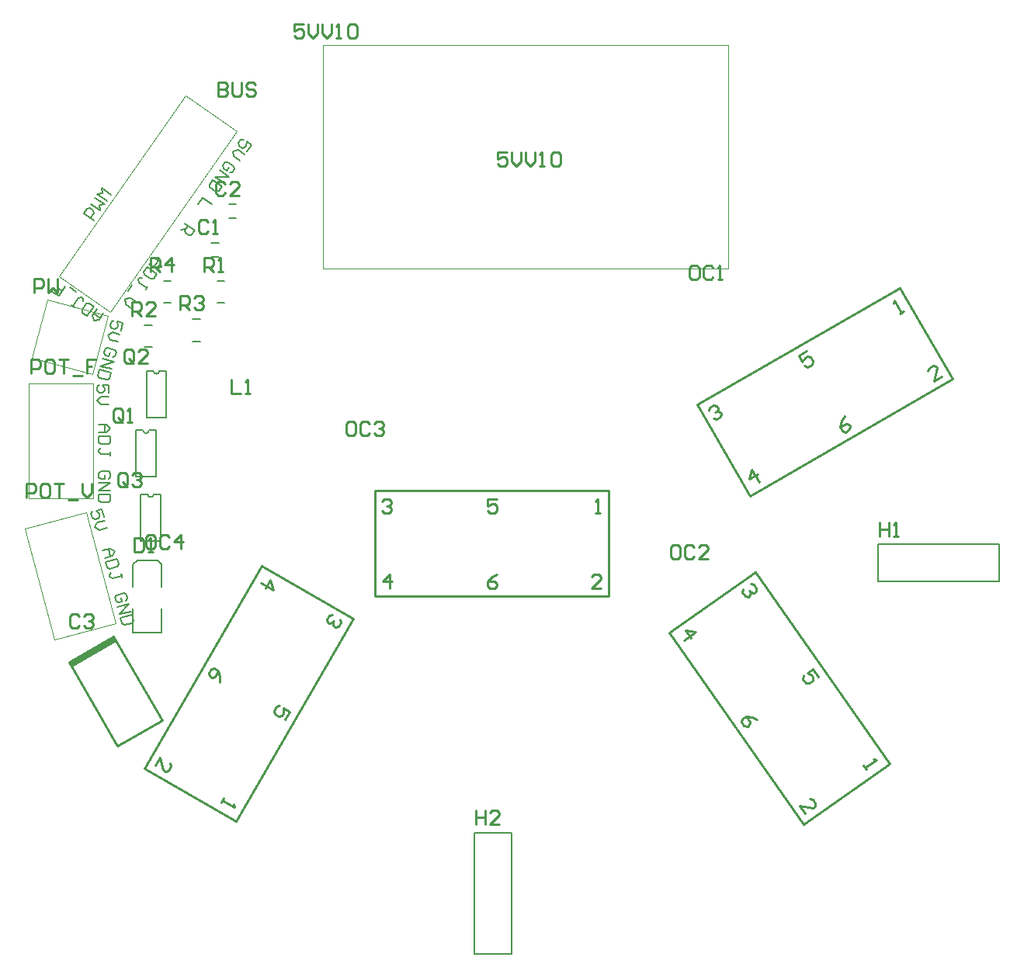
<source format=gto>
G04 Layer_Color=65535*
%FSLAX42Y42*%
%MOMM*%
G71*
G01*
G75*
%ADD10C,0.20*%
%ADD30C,0.03*%
%ADD31C,0.25*%
%ADD32C,0.20*%
%ADD33C,0.00*%
%ADD34C,0.25*%
G04:AMPARAMS|DCode=35|XSize=0.7mm|YSize=5.6mm|CornerRadius=0mm|HoleSize=0mm|Usage=FLASHONLY|Rotation=120.000|XOffset=0mm|YOffset=0mm|HoleType=Round|Shape=Rectangle|*
%AMROTATEDRECTD35*
4,1,4,2.60,1.10,-2.25,-1.70,-2.60,-1.10,2.25,1.70,2.60,1.10,0.0*
%
%ADD35ROTATEDRECTD35*%

D10*
X6535Y12764D02*
G03*
X6598Y12764I32J0D01*
G01*
X6484Y13462D02*
G03*
X6547Y13462I32J0D01*
G01*
X6598Y14110D02*
G03*
X6662Y14110I32J0D01*
G01*
X7293Y15093D02*
X7373D01*
X7293Y14853D02*
X7373D01*
X6500Y14611D02*
X6580D01*
X6500Y14371D02*
X6580D01*
X7229Y15355D02*
X7309D01*
X7229Y15506D02*
X7309D01*
X6457Y12256D02*
Y12764D01*
Y12256D02*
X6676D01*
Y12764D01*
X6598D02*
X6676D01*
X6457D02*
X6535D01*
X6407Y12954D02*
Y13462D01*
Y12954D02*
X6625D01*
Y13462D01*
X6547D02*
X6625D01*
X6407D02*
X6484D01*
X6708Y15093D02*
X6788D01*
X6708Y14853D02*
X6788D01*
X7026Y14674D02*
X7106D01*
X7026Y14434D02*
X7106D01*
X7420Y15775D02*
X7500D01*
X7420Y15925D02*
X7500D01*
X6683Y11757D02*
Y12002D01*
X6373Y11757D02*
Y12002D01*
Y11257D02*
Y11517D01*
X6683Y11257D02*
Y11517D01*
X6418Y12047D02*
X6638D01*
X6373Y12002D02*
X6418Y12047D01*
X6638D02*
X6683Y12002D01*
X6373Y11257D02*
X6683D01*
X6521Y13602D02*
Y14110D01*
Y13602D02*
X6739D01*
Y14110D01*
X6662D02*
X6739D01*
X6521D02*
X6598D01*
D30*
X5568Y15143D02*
X6126Y14753D01*
X7507Y16725D01*
X6949Y17116D02*
X7507Y16725D01*
X5568Y15143D02*
X6949Y17116D01*
X5240Y12718D02*
Y13975D01*
X5936D01*
Y12718D02*
Y13975D01*
X5240Y12718D02*
X5936D01*
X5440Y14887D02*
X6098Y14711D01*
X5927Y14073D02*
X6098Y14711D01*
X5269Y14249D02*
X5927Y14073D01*
X5269Y14249D02*
X5440Y14887D01*
X5191Y12390D02*
X5517Y11176D01*
X5191Y12390D02*
X5863Y12571D01*
X6189Y11356D01*
X5517Y11176D02*
X6189Y11356D01*
D31*
X12222Y11256D02*
X13164Y11915D01*
X14626Y9826D01*
X13684Y9167D02*
X14626Y9826D01*
X12222Y11256D02*
X13684Y9167D01*
X12528Y13742D02*
X13103Y12746D01*
X12528Y13742D02*
X14736Y15017D01*
X15311Y14021D01*
X13103Y12746D02*
X15311Y14021D01*
X9012Y11655D02*
Y12805D01*
X11562D01*
Y11655D02*
Y12805D01*
X9012Y11655D02*
X11562D01*
X7777Y11983D02*
X8773Y11408D01*
X7498Y9200D02*
X8773Y11408D01*
X6502Y9775D02*
X7498Y9200D01*
X6502Y9775D02*
X7777Y11983D01*
X7303Y17259D02*
Y17107D01*
X7379D01*
X7404Y17132D01*
Y17158D01*
X7379Y17183D01*
X7303D01*
X7379D01*
X7404Y17208D01*
Y17234D01*
X7379Y17259D01*
X7303D01*
X7455D02*
Y17132D01*
X7480Y17107D01*
X7531D01*
X7556Y17132D01*
Y17259D01*
X7709Y17234D02*
X7683Y17259D01*
X7633D01*
X7607Y17234D01*
Y17208D01*
X7633Y17183D01*
X7683D01*
X7709Y17158D01*
Y17132D01*
X7683Y17107D01*
X7633D01*
X7607Y17132D01*
X12311Y12210D02*
X12261D01*
X12235Y12184D01*
Y12083D01*
X12261Y12057D01*
X12311D01*
X12337Y12083D01*
Y12184D01*
X12311Y12210D01*
X12489Y12184D02*
X12464Y12210D01*
X12413D01*
X12388Y12184D01*
Y12083D01*
X12413Y12057D01*
X12464D01*
X12489Y12083D01*
X12641Y12057D02*
X12540D01*
X12641Y12159D01*
Y12184D01*
X12616Y12210D01*
X12565D01*
X12540Y12184D01*
X12384Y11172D02*
X12508Y11260D01*
X12402Y11278D01*
X12461Y11195D01*
X13110Y11786D02*
X13145Y11780D01*
X13174Y11738D01*
X13168Y11703D01*
X13147Y11688D01*
X13112Y11695D01*
X13097Y11715D01*
X13112Y11695D01*
X13106Y11659D01*
X13085Y11645D01*
X13050Y11651D01*
X13020Y11692D01*
X13027Y11728D01*
X13177Y10305D02*
X13127Y10332D01*
X13056Y10345D01*
X13015Y10315D01*
X13008Y10280D01*
X13038Y10239D01*
X13073Y10232D01*
X13094Y10247D01*
X13100Y10282D01*
X13056Y10345D01*
X13849Y10775D02*
X13790Y10859D01*
X13728Y10815D01*
X13778Y10788D01*
X13792Y10767D01*
X13786Y10732D01*
X13745Y10703D01*
X13709Y10709D01*
X13680Y10750D01*
X13686Y10786D01*
X13706Y9284D02*
X13648Y9367D01*
X13789Y9342D01*
X13810Y9357D01*
X13816Y9392D01*
X13787Y9434D01*
X13752Y9440D01*
X14342Y9805D02*
X14371Y9763D01*
X14357Y9784D01*
X14482Y9871D01*
X14446Y9877D01*
X12522Y15258D02*
X12471D01*
X12446Y15232D01*
Y15131D01*
X12471Y15105D01*
X12522D01*
X12548Y15131D01*
Y15232D01*
X12522Y15258D01*
X12700Y15232D02*
X12675Y15258D01*
X12624D01*
X12598Y15232D01*
Y15131D01*
X12624Y15105D01*
X12675D01*
X12700Y15131D01*
X12751Y15105D02*
X12801D01*
X12776D01*
Y15258D01*
X12751Y15232D01*
X13200Y12900D02*
X13123Y13032D01*
X13096Y12928D01*
X13184Y12979D01*
X12651Y13677D02*
X12661Y13712D01*
X12705Y13737D01*
X12739Y13728D01*
X12752Y13706D01*
X12743Y13671D01*
X12721Y13658D01*
X12743Y13671D01*
X12778Y13662D01*
X12790Y13640D01*
X12781Y13605D01*
X12737Y13580D01*
X12702Y13589D01*
X14133Y13614D02*
X14101Y13567D01*
X14083Y13498D01*
X14108Y13454D01*
X14143Y13444D01*
X14187Y13470D01*
X14196Y13505D01*
X14183Y13527D01*
X14149Y13536D01*
X14083Y13498D01*
X13723Y14325D02*
X13635Y14274D01*
X13673Y14208D01*
X13704Y14255D01*
X13726Y14268D01*
X13761Y14259D01*
X13786Y14215D01*
X13777Y14180D01*
X13733Y14155D01*
X13698Y14164D01*
X15196Y14053D02*
X15108Y14002D01*
X15145Y14140D01*
X15133Y14162D01*
X15098Y14172D01*
X15054Y14146D01*
X15045Y14112D01*
X14733Y14732D02*
X14777Y14757D01*
X14755Y14745D01*
X14679Y14877D01*
X14669Y14842D01*
X7154Y15196D02*
Y15348D01*
X7230D01*
X7255Y15323D01*
Y15272D01*
X7230Y15246D01*
X7154D01*
X7204D02*
X7255Y15196D01*
X7306D02*
X7357D01*
X7331D01*
Y15348D01*
X7306Y15323D01*
X6361Y14713D02*
Y14865D01*
X6438D01*
X6463Y14840D01*
Y14789D01*
X6438Y14764D01*
X6361D01*
X6412D02*
X6463Y14713D01*
X6615D02*
X6514D01*
X6615Y14815D01*
Y14840D01*
X6590Y14865D01*
X6539D01*
X6514Y14840D01*
X7192Y15734D02*
X7166Y15759D01*
X7115D01*
X7090Y15734D01*
Y15632D01*
X7115Y15607D01*
X7166D01*
X7192Y15632D01*
X7242Y15607D02*
X7293D01*
X7268D01*
Y15759D01*
X7242Y15734D01*
X8778Y13558D02*
X8727D01*
X8702Y13533D01*
Y13432D01*
X8727Y13406D01*
X8778D01*
X8804Y13432D01*
Y13533D01*
X8778Y13558D01*
X8956Y13533D02*
X8931Y13558D01*
X8880D01*
X8854Y13533D01*
Y13432D01*
X8880Y13406D01*
X8931D01*
X8956Y13432D01*
X9007Y13533D02*
X9032Y13558D01*
X9083D01*
X9108Y13533D01*
Y13508D01*
X9083Y13482D01*
X9058D01*
X9083D01*
X9108Y13457D01*
Y13432D01*
X9083Y13406D01*
X9032D01*
X9007Y13432D01*
X9173Y11740D02*
Y11892D01*
X9097Y11816D01*
X9199D01*
X9087Y12687D02*
X9112Y12712D01*
X9163D01*
X9189Y12687D01*
Y12662D01*
X9163Y12636D01*
X9138D01*
X9163D01*
X9189Y12611D01*
Y12585D01*
X9163Y12560D01*
X9112D01*
X9087Y12585D01*
X10339Y11892D02*
X10288Y11867D01*
X10237Y11816D01*
Y11765D01*
X10262Y11740D01*
X10313D01*
X10339Y11765D01*
Y11791D01*
X10313Y11816D01*
X10237D01*
X10339Y12712D02*
X10237D01*
Y12636D01*
X10288Y12662D01*
X10313D01*
X10339Y12636D01*
Y12585D01*
X10313Y12560D01*
X10262D01*
X10237Y12585D01*
X11479Y11740D02*
X11377D01*
X11479Y11842D01*
Y11867D01*
X11453Y11892D01*
X11402D01*
X11377Y11867D01*
X11417Y12560D02*
X11468D01*
X11442D01*
Y12712D01*
X11417Y12687D01*
X6316Y12874D02*
Y12976D01*
X6290Y13001D01*
X6240D01*
X6214Y12976D01*
Y12874D01*
X6240Y12849D01*
X6290D01*
X6265Y12899D02*
X6316Y12849D01*
X6290D02*
X6316Y12874D01*
X6366Y12976D02*
X6392Y13001D01*
X6443D01*
X6468Y12976D01*
Y12950D01*
X6443Y12925D01*
X6417D01*
X6443D01*
X6468Y12899D01*
Y12874D01*
X6443Y12849D01*
X6392D01*
X6366Y12874D01*
X6265Y13572D02*
Y13674D01*
X6239Y13699D01*
X6189D01*
X6163Y13674D01*
Y13572D01*
X6189Y13547D01*
X6239D01*
X6214Y13598D02*
X6265Y13547D01*
X6239D02*
X6265Y13572D01*
X6316Y13547D02*
X6366D01*
X6341D01*
Y13699D01*
X6316Y13674D01*
X10112Y9313D02*
Y9160D01*
Y9237D01*
X10214D01*
Y9313D01*
Y9160D01*
X10366D02*
X10264D01*
X10366Y9262D01*
Y9287D01*
X10341Y9313D01*
X10290D01*
X10264Y9287D01*
X14514Y12457D02*
Y12305D01*
Y12381D01*
X14615D01*
Y12457D01*
Y12305D01*
X14666D02*
X14717D01*
X14691D01*
Y12457D01*
X14666Y12432D01*
X6569Y15196D02*
Y15348D01*
X6646D01*
X6671Y15323D01*
Y15272D01*
X6646Y15246D01*
X6569D01*
X6620D02*
X6671Y15196D01*
X6798D02*
Y15348D01*
X6722Y15272D01*
X6823D01*
X6887Y14776D02*
Y14929D01*
X6963D01*
X6988Y14903D01*
Y14853D01*
X6963Y14827D01*
X6887D01*
X6938D02*
X6988Y14776D01*
X7039Y14903D02*
X7065Y14929D01*
X7115D01*
X7141Y14903D01*
Y14878D01*
X7115Y14853D01*
X7090D01*
X7115D01*
X7141Y14827D01*
Y14802D01*
X7115Y14776D01*
X7065D01*
X7039Y14802D01*
X6591Y12321D02*
X6541D01*
X6515Y12295D01*
Y12194D01*
X6541Y12168D01*
X6591D01*
X6617Y12194D01*
Y12295D01*
X6591Y12321D01*
X6769Y12295D02*
X6744Y12321D01*
X6693D01*
X6668Y12295D01*
Y12194D01*
X6693Y12168D01*
X6744D01*
X6769Y12194D01*
X6896Y12168D02*
Y12321D01*
X6820Y12245D01*
X6922D01*
X7770Y11801D02*
X7902Y11725D01*
X7874Y11829D01*
X7823Y11741D01*
X8633Y11403D02*
X8643Y11368D01*
X8617Y11324D01*
X8582Y11315D01*
X8560Y11327D01*
X8551Y11362D01*
X8564Y11384D01*
X8551Y11362D01*
X8516Y11353D01*
X8494Y11365D01*
X8485Y11400D01*
X8511Y11444D01*
X8545Y11453D01*
X7319Y10716D02*
X7323Y10773D01*
X7304Y10842D01*
X7260Y10867D01*
X7225Y10858D01*
X7200Y10814D01*
X7209Y10779D01*
X7231Y10767D01*
X7266Y10776D01*
X7304Y10842D01*
X8029Y10306D02*
X8080Y10394D01*
X8014Y10432D01*
X8011Y10375D01*
X7998Y10353D01*
X7963Y10344D01*
X7919Y10369D01*
X7910Y10404D01*
X7936Y10448D01*
X7970Y10457D01*
X6617Y9805D02*
X6668Y9893D01*
X6705Y9754D01*
X6727Y9741D01*
X6762Y9751D01*
X6787Y9795D01*
X6778Y9829D01*
X7358Y9448D02*
X7333Y9404D01*
X7346Y9426D01*
X7478Y9350D01*
X7468Y9385D01*
X7382Y16153D02*
X7357Y16178D01*
X7306D01*
X7281Y16153D01*
Y16052D01*
X7306Y16026D01*
X7357D01*
X7382Y16052D01*
X7534Y16026D02*
X7433D01*
X7534Y16128D01*
Y16153D01*
X7509Y16178D01*
X7458D01*
X7433Y16153D01*
X8232Y17894D02*
X8131D01*
Y17818D01*
X8181Y17843D01*
X8207D01*
X8232Y17818D01*
Y17767D01*
X8207Y17742D01*
X8156D01*
X8131Y17767D01*
X8283Y17894D02*
Y17793D01*
X8334Y17742D01*
X8384Y17793D01*
Y17894D01*
X8435D02*
Y17793D01*
X8486Y17742D01*
X8537Y17793D01*
Y17894D01*
X8588Y17742D02*
X8638D01*
X8613D01*
Y17894D01*
X8588Y17869D01*
X8715D02*
X8740Y17894D01*
X8791D01*
X8816Y17869D01*
Y17767D01*
X8791Y17742D01*
X8740D01*
X8715Y17767D01*
Y17869D01*
X10455Y16500D02*
X10353D01*
Y16424D01*
X10404Y16449D01*
X10429D01*
X10455Y16424D01*
Y16373D01*
X10429Y16347D01*
X10378D01*
X10353Y16373D01*
X10505Y16500D02*
Y16398D01*
X10556Y16347D01*
X10607Y16398D01*
Y16500D01*
X10658D02*
Y16398D01*
X10709Y16347D01*
X10759Y16398D01*
Y16500D01*
X10810Y16347D02*
X10861D01*
X10835D01*
Y16500D01*
X10810Y16474D01*
X10937D02*
X10962Y16500D01*
X11013D01*
X11039Y16474D01*
Y16373D01*
X11013Y16347D01*
X10962D01*
X10937Y16373D01*
Y16474D01*
X5265Y14082D02*
Y14234D01*
X5341D01*
X5366Y14209D01*
Y14158D01*
X5341Y14133D01*
X5265D01*
X5493Y14234D02*
X5442D01*
X5417Y14209D01*
Y14107D01*
X5442Y14082D01*
X5493D01*
X5519Y14107D01*
Y14209D01*
X5493Y14234D01*
X5569D02*
X5671D01*
X5620D01*
Y14082D01*
X5722Y14056D02*
X5823D01*
X5976Y14234D02*
X5874D01*
Y14158D01*
X5925D01*
X5874D01*
Y14082D01*
X6389Y12286D02*
Y12133D01*
X6466D01*
X6491Y12159D01*
Y12260D01*
X6466Y12286D01*
X6389D01*
X6542Y12133D02*
X6593D01*
X6567D01*
Y12286D01*
X6542Y12260D01*
X6379Y14220D02*
Y14322D01*
X6354Y14347D01*
X6303D01*
X6278Y14322D01*
Y14220D01*
X6303Y14195D01*
X6354D01*
X6328Y14246D02*
X6379Y14195D01*
X6354D02*
X6379Y14220D01*
X6532Y14195D02*
X6430D01*
X6532Y14296D01*
Y14322D01*
X6506Y14347D01*
X6455D01*
X6430Y14322D01*
X5789Y11432D02*
X5763Y11458D01*
X5712D01*
X5687Y11432D01*
Y11331D01*
X5712Y11306D01*
X5763D01*
X5789Y11331D01*
X5839Y11432D02*
X5865Y11458D01*
X5916D01*
X5941Y11432D01*
Y11407D01*
X5916Y11382D01*
X5890D01*
X5916D01*
X5941Y11356D01*
Y11331D01*
X5916Y11306D01*
X5865D01*
X5839Y11331D01*
X7446Y14012D02*
Y13860D01*
X7548D01*
X7598D02*
X7649D01*
X7624D01*
Y14012D01*
X7598Y13986D01*
X5294Y14964D02*
Y15116D01*
X5371D01*
X5396Y15091D01*
Y15040D01*
X5371Y15015D01*
X5294D01*
X5447Y15116D02*
Y14964D01*
X5497Y15015D01*
X5548Y14964D01*
Y15116D01*
X5215Y12728D02*
Y12880D01*
X5291D01*
X5317Y12855D01*
Y12804D01*
X5291Y12779D01*
X5215D01*
X5444Y12880D02*
X5393D01*
X5367Y12855D01*
Y12753D01*
X5393Y12728D01*
X5444D01*
X5469Y12753D01*
Y12855D01*
X5444Y12880D01*
X5520D02*
X5621D01*
X5571D01*
Y12728D01*
X5672Y12703D02*
X5774D01*
X5824Y12880D02*
Y12779D01*
X5875Y12728D01*
X5926Y12779D01*
Y12880D01*
D32*
X10096Y7752D02*
Y9073D01*
Y7752D02*
X10503D01*
Y9073D01*
X10096D02*
X10503D01*
X14498Y11811D02*
X15819D01*
Y12217D01*
X14498D02*
X15819D01*
X14498Y11811D02*
Y12217D01*
X6052Y14740D02*
X6003Y14670D01*
X5944Y14660D01*
X5934Y14719D01*
X5982Y14788D01*
X5946Y14736D01*
X6015Y14688D01*
X5875Y14709D02*
X5948Y14813D01*
X5896Y14849D01*
X5866Y14844D01*
X5818Y14774D01*
X5823Y14745D01*
X5875Y14709D01*
X5701Y14830D02*
X5736Y14806D01*
X5719Y14818D01*
X5779Y14905D01*
X5809Y14910D01*
X5826Y14898D01*
X5831Y14868D01*
X5752Y14976D02*
X5682Y15024D01*
X5493Y14976D02*
X5563Y14927D01*
X5599Y14979D01*
X5564Y15003D01*
X5599Y14979D01*
X5636Y15031D01*
X7616Y16505D02*
X7665Y16574D01*
X7613Y16611D01*
X7606Y16564D01*
X7594Y16547D01*
X7564Y16542D01*
X7530Y16566D01*
X7524Y16595D01*
X7549Y16630D01*
X7578Y16635D01*
X7592Y16470D02*
X7523Y16519D01*
X7464Y16509D01*
X7474Y16450D01*
X7543Y16401D01*
X7427Y16272D02*
X7457Y16277D01*
X7481Y16312D01*
X7476Y16341D01*
X7406Y16390D01*
X7377Y16384D01*
X7353Y16350D01*
X7358Y16320D01*
X7392Y16296D01*
X7417Y16331D01*
X7316Y16298D02*
X7420Y16225D01*
X7268Y16228D01*
X7372Y16156D01*
X7347Y16121D02*
X7243Y16194D01*
X7207Y16142D01*
X7212Y16112D01*
X7281Y16064D01*
X7311Y16069D01*
X7347Y16121D01*
X7234Y15928D02*
X7130Y16000D01*
X7081Y15931D01*
X6941Y15717D02*
X7045Y15644D01*
X7008Y15592D01*
X6979Y15587D01*
X6944Y15612D01*
X6939Y15641D01*
X6975Y15693D01*
X6951Y15658D02*
X6892Y15648D01*
X5944Y15755D02*
X5839Y15827D01*
X5875Y15879D01*
X5905Y15885D01*
X5940Y15861D01*
X5945Y15831D01*
X5909Y15779D01*
X5911Y15931D02*
X6016Y15859D01*
X6005Y15918D01*
X6064Y15929D01*
X5960Y16001D01*
X6088Y15964D02*
X5984Y16036D01*
X6043Y16047D01*
X6032Y16106D01*
X6136Y16033D01*
X6601Y15347D02*
X6670Y15299D01*
X6681Y15240D01*
X6622Y15229D01*
X6552Y15278D01*
X6604Y15242D01*
X6653Y15311D01*
X6632Y15171D02*
X6528Y15243D01*
X6492Y15191D01*
X6497Y15162D01*
X6566Y15113D01*
X6596Y15119D01*
X6632Y15171D01*
X6511Y14997D02*
X6535Y15032D01*
X6523Y15015D01*
X6436Y15075D01*
X6431Y15105D01*
X6443Y15122D01*
X6473Y15127D01*
X6365Y15047D02*
X6317Y14978D01*
X6414Y14859D02*
X6344Y14907D01*
X6285Y14897D01*
X6296Y14838D01*
X6365Y14789D01*
X6002Y13523D02*
X6087D01*
X6129Y13481D01*
X6087Y13438D01*
X6002D01*
X6065D01*
Y13523D01*
X6129Y13396D02*
X6002D01*
Y13333D01*
X6023Y13311D01*
X6108D01*
X6129Y13333D01*
Y13396D01*
Y13184D02*
Y13227D01*
Y13206D01*
X6023D01*
X6002Y13227D01*
Y13248D01*
X6023Y13269D01*
X6105Y12930D02*
X6126Y12951D01*
Y12994D01*
X6105Y13015D01*
X6021D01*
X5999Y12994D01*
Y12951D01*
X6021Y12930D01*
X6063D01*
Y12973D01*
X5999Y12888D02*
X6126D01*
X5999Y12803D01*
X6126D01*
Y12761D02*
X5999D01*
Y12698D01*
X6021Y12676D01*
X6105D01*
X6126Y12698D01*
Y12761D01*
X6109Y13875D02*
Y13960D01*
X6045D01*
X6066Y13918D01*
Y13896D01*
X6045Y13875D01*
X6003D01*
X5982Y13896D01*
Y13939D01*
X6003Y13960D01*
X6109Y13833D02*
X6024D01*
X5982Y13791D01*
X6024Y13748D01*
X6109D01*
X6241Y14550D02*
X6263Y14632D01*
X6202Y14648D01*
X6212Y14602D01*
X6206Y14582D01*
X6180Y14567D01*
X6139Y14578D01*
X6124Y14604D01*
X6135Y14644D01*
X6161Y14659D01*
X6230Y14509D02*
X6149Y14531D01*
X6097Y14501D01*
X6127Y14450D01*
X6209Y14428D01*
X6154Y14258D02*
X6180Y14273D01*
X6191Y14314D01*
X6176Y14340D01*
X6095Y14362D01*
X6069Y14347D01*
X6058Y14306D01*
X6073Y14280D01*
X6113Y14269D01*
X6124Y14310D01*
X6041Y14245D02*
X6164Y14212D01*
X6019Y14163D01*
X6142Y14130D01*
X6131Y14089D02*
X6008Y14122D01*
X5992Y14061D01*
X6007Y14035D01*
X6089Y14013D01*
X6115Y14028D01*
X6131Y14089D01*
X6044Y12151D02*
X6126Y12173D01*
X6178Y12143D01*
X6148Y12091D01*
X6066Y12069D01*
X6127Y12086D01*
X6105Y12167D01*
X6200Y12061D02*
X6077Y12028D01*
X6093Y11967D01*
X6119Y11952D01*
X6201Y11974D01*
X6216Y12000D01*
X6200Y12061D01*
X6254Y11857D02*
X6243Y11898D01*
X6249Y11877D01*
X6147Y11850D01*
X6121Y11865D01*
X6115Y11885D01*
X6130Y11911D01*
X6297Y11605D02*
X6312Y11631D01*
X6301Y11672D01*
X6275Y11687D01*
X6194Y11665D01*
X6179Y11639D01*
X6190Y11598D01*
X6216Y11583D01*
X6256Y11594D01*
X6245Y11635D01*
X6206Y11537D02*
X6329Y11570D01*
X6228Y11455D01*
X6351Y11488D01*
X6362Y11447D02*
X6239Y11414D01*
X6255Y11353D01*
X6281Y11338D01*
X6363Y11360D01*
X6378Y11386D01*
X6362Y11447D01*
X6056Y12519D02*
X6034Y12601D01*
X5973Y12584D01*
X6004Y12549D01*
X6010Y12528D01*
X5995Y12502D01*
X5954Y12491D01*
X5928Y12506D01*
X5917Y12547D01*
X5932Y12573D01*
X6067Y12478D02*
X5985Y12456D01*
X5955Y12404D01*
X6007Y12374D01*
X6089Y12396D01*
D33*
X8446Y17666D02*
X12865D01*
X8446Y15227D02*
Y17666D01*
Y15227D02*
X12865D01*
Y17666D01*
D34*
X6160Y11217D02*
X6690Y10299D01*
X5675Y10937D02*
X6205Y10019D01*
X6690Y10299D01*
X5675Y10937D02*
X6160Y11217D01*
D35*
X5935Y11046D02*
D03*
M02*

</source>
